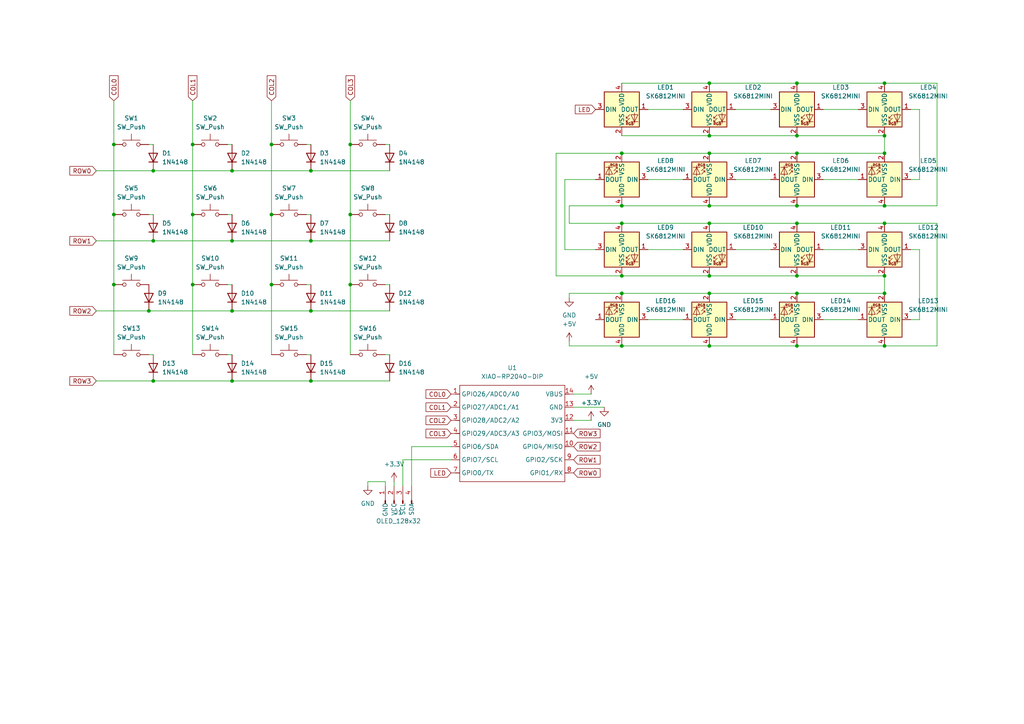
<source format=kicad_sch>
(kicad_sch (version 20250114) (generator "eeschema") (generator_version "9.0")
  (paper "A4")
  (lib_symbols
    (symbol "Connector:Conn_01x04_Pin" (pin_names (offset 1.016))
      (property "Reference" "J1" (at 0.635 7.62 0))
      (property "Value" "Conn_01x04_Pin" (at 0.635 5.08 0))
      (symbol "Conn_01x04_Pin_1_1"
        (rectangle (start 0.8636 2.667) (end 0 2.413) (stroke (width 0.1524)) (fill (type outline)))
        (rectangle (start 0.8636 0.127) (end 0 -0.127) (stroke (width 0.1524)) (fill (type outline)))
        (rectangle (start 0.8636 -2.413) (end 0 -2.667) (stroke (width 0.1524)) (fill (type outline)))
        (rectangle (start 0.8636 -4.953) (end 0 -5.207) (stroke (width 0.1524)) (fill (type outline)))
        (polyline (pts (xy 1.27 2.54) (xy 0.8636 2.54)) (stroke (width 0.1524)))
        (polyline (pts (xy 1.27 0) (xy 0.8636 0)) (stroke (width 0.1524)))
        (polyline (pts (xy 1.27 -2.54) (xy 0.8636 -2.54)) (stroke (width 0.1524)))
        (polyline (pts (xy 1.27 -5.08) (xy 0.8636 -5.08)) (stroke (width 0.1524)))
        (pin passive line (at 5.08 2.54 180) (length 3.81) (name "GND") (number "1"))
        (pin passive line (at 5.08 0 180) (length 3.81) (name "VCC") (number "2"))
        (pin passive line (at 5.08 -2.54 180) (length 3.81) (name "SCL") (number "3"))
        (pin passive line (at 5.08 -5.08 180) (length 3.81) (name "SDA") (number "4"))
      )
    )
    (symbol "Diode:1N4148" (pin_numbers (hide yes)) (pin_names (hide yes))
      (property "Reference" "D" (at 0 2.54 0))
      (property "Value" "1N4148" (at 0 -2.54 0))
      (symbol "1N4148_0_1"
        (polyline (pts (xy -1.27 1.27) (xy -1.27 -1.27)) (stroke (width 0.254)))
        (polyline (pts (xy 1.27 1.27) (xy 1.27 -1.27) (xy -1.27 0) (xy 1.27 1.27)) (stroke (width 0.254)))
        (polyline (pts (xy 1.27 0) (xy -1.27 0)))
      )
      (symbol "1N4148_1_1"
        (pin passive line (at -3.81 0 0) (length 2.54) (name "K") (number "1"))
        (pin passive line (at 3.81 0 180) (length 2.54) (name "A") (number "2"))
      )
    )
    (symbol "LED:SK6812MINI" (pin_names (offset 0.254))
      (property "Reference" "D" (at 5.08 5.715 0))
      (property "Value" "SK6812MINI" (at 1.27 -5.715 0))
      (symbol "SK6812MINI_0_0"
        (text "RGB" (at 2.286 -4.191 0) (effects (font (size 0.762 0.762))))
      )
      (symbol "SK6812MINI_0_1"
        (polyline (pts (xy 1.27 -2.54) (xy 1.778 -2.54)))
        (polyline (pts (xy 1.27 -3.556) (xy 1.778 -3.556)))
        (polyline (pts (xy 2.286 -1.524) (xy 1.27 -2.54) (xy 1.27 -2.032)))
        (polyline (pts (xy 2.286 -2.54) (xy 1.27 -3.556) (xy 1.27 -3.048)))
        (polyline (pts (xy 3.683 -1.016) (xy 3.683 -3.556) (xy 3.683 -4.064)))
        (polyline (pts (xy 4.699 -1.524) (xy 2.667 -1.524) (xy 3.683 -3.556) (xy 4.699 -1.524)))
        (polyline (pts (xy 4.699 -3.556) (xy 2.667 -3.556)))
        (rectangle (start 5.08 5.08) (end -5.08 -5.08) (stroke (width 0.254)) (fill (type background)))
      )
      (symbol "SK6812MINI_1_1"
        (pin input line (at -7.62 0 0) (length 2.54) (name "DIN") (number "3"))
        (pin power_in line (at 0 7.62 270) (length 2.54) (name "VDD") (number "4"))
        (pin power_in line (at 0 -7.62 90) (length 2.54) (name "VSS") (number "2"))
        (pin output line (at 7.62 0 180) (length 2.54) (name "DOUT") (number "1"))
      )
    )
    (symbol "Seeed_Studio_XIAO_Series:XIAO-RP2040-DIP"
      (property "Reference" "U" (at 0 0 0))
      (property "Value" "XIAO-RP2040-DIP" (at 5.334 -1.778 0))
      (symbol "XIAO-RP2040-DIP_1_0"
        (polyline (pts (xy -1.27 -2.54) (xy 29.21 -2.54)) (stroke (width 0.1524)))
        (polyline (pts (xy -1.27 -5.08) (xy -2.54 -5.08)) (stroke (width 0.1524)))
        (polyline (pts (xy -1.27 -5.08) (xy -1.27 -2.54)) (stroke (width 0.1524)))
        (polyline (pts (xy -1.27 -8.89) (xy -2.54 -8.89)) (stroke (width 0.1524)))
        (polyline (pts (xy -1.27 -8.89) (xy -1.27 -5.08)) (stroke (width 0.1524)))
        (polyline (pts (xy -1.27 -12.7) (xy -2.54 -12.7)) (stroke (width 0.1524)))
        (polyline (pts (xy -1.27 -12.7) (xy -1.27 -8.89)) (stroke (width 0.1524)))
        (polyline (pts (xy -1.27 -16.51) (xy -2.54 -16.51)) (stroke (width 0.1524)))
        (polyline (pts (xy -1.27 -16.51) (xy -1.27 -12.7)) (stroke (width 0.1524)))
        (polyline (pts (xy -1.27 -20.32) (xy -2.54 -20.32)) (stroke (width 0.1524)))
        (polyline (pts (xy -1.27 -24.13) (xy -2.54 -24.13)) (stroke (width 0.1524)))
        (polyline (pts (xy -1.27 -27.94) (xy -2.54 -27.94)) (stroke (width 0.1524)))
        (polyline (pts (xy -1.27 -30.48) (xy -1.27 -16.51)) (stroke (width 0.1524)))
        (polyline (pts (xy 29.21 -2.54) (xy 29.21 -5.08)) (stroke (width 0.1524)))
        (polyline (pts (xy 29.21 -5.08) (xy 29.21 -8.89)) (stroke (width 0.1524)))
        (polyline (pts (xy 29.21 -8.89) (xy 29.21 -12.7)) (stroke (width 0.1524)))
        (polyline (pts (xy 29.21 -12.7) (xy 29.21 -30.48)) (stroke (width 0.1524)))
        (polyline (pts (xy 29.21 -30.48) (xy -1.27 -30.48)) (stroke (width 0.1524)))
        (polyline (pts (xy 30.48 -5.08) (xy 29.21 -5.08)) (stroke (width 0.1524)))
        (polyline (pts (xy 30.48 -8.89) (xy 29.21 -8.89)) (stroke (width 0.1524)))
        (polyline (pts (xy 30.48 -12.7) (xy 29.21 -12.7)) (stroke (width 0.1524)))
        (polyline (pts (xy 30.48 -16.51) (xy 29.21 -16.51)) (stroke (width 0.1524)))
        (polyline (pts (xy 30.48 -20.32) (xy 29.21 -20.32)) (stroke (width 0.1524)))
        (polyline (pts (xy 30.48 -24.13) (xy 29.21 -24.13)) (stroke (width 0.1524)))
        (polyline (pts (xy 30.48 -27.94) (xy 29.21 -27.94)) (stroke (width 0.1524)))
        (pin passive line (at -3.81 -5.08 0) (length 2.54) (name "GPIO26/ADC0/A0") (number "1"))
        (pin passive line (at -3.81 -8.89 0) (length 2.54) (name "GPIO27/ADC1/A1") (number "2"))
        (pin passive line (at -3.81 -12.7 0) (length 2.54) (name "GPIO28/ADC2/A2") (number "3"))
        (pin passive line (at -3.81 -16.51 0) (length 2.54) (name "GPIO29/ADC3/A3") (number "4"))
        (pin passive line (at -3.81 -20.32 0) (length 2.54) (name "GPIO6/SDA") (number "5"))
        (pin passive line (at -3.81 -24.13 0) (length 2.54) (name "GPIO7/SCL") (number "6"))
        (pin passive line (at -3.81 -27.94 0) (length 2.54) (name "GPIO0/TX") (number "7"))
        (pin passive line (at 31.75 -5.08 180) (length 2.54) (name "VBUS") (number "14"))
        (pin passive line (at 31.75 -8.89 180) (length 2.54) (name "GND") (number "13"))
        (pin passive line (at 31.75 -12.7 180) (length 2.54) (name "3V3") (number "12"))
        (pin passive line (at 31.75 -16.51 180) (length 2.54) (name "GPIO3/MOSI") (number "11"))
        (pin passive line (at 31.75 -20.32 180) (length 2.54) (name "GPIO4/MISO") (number "10"))
        (pin passive line (at 31.75 -24.13 180) (length 2.54) (name "GPIO2/SCK") (number "9"))
        (pin passive line (at 31.75 -27.94 180) (length 2.54) (name "GPIO1/RX") (number "8"))
      )
    )
    (symbol "Switch:SW_Push" (pin_numbers (hide yes)) (pin_names (offset 1.016) (hide yes))
      (property "Reference" "SW" (at 1.27 2.54 0))
      (property "Value" "SW_Push" (at 0 -1.524 0))
      (symbol "SW_Push_0_1"
        (circle (center -2.032 0) (radius 0.508))
        (polyline (pts (xy 0 1.27) (xy 0 3.048)))
        (circle (center 2.032 0) (radius 0.508))
        (polyline (pts (xy 2.54 1.27) (xy -2.54 1.27)))
        (pin passive line (at -5.08 0 0) (length 2.54) (name "1") (number "1"))
        (pin passive line (at 5.08 0 180) (length 2.54) (name "2") (number "2"))
      )
    )
    (symbol "power:+3.3V" (power) (pin_numbers (hide yes)) (pin_names (offset 0) (hide yes))
      (property "Value" "+3.3V" (at 0 3.556 0))
      (symbol "+3.3V_0_1"
        (polyline (pts (xy -0.762 1.27) (xy 0 2.54)))
        (polyline (pts (xy 0 2.54) (xy 0.762 1.27)))
        (polyline (pts (xy 0 0) (xy 0 2.54)))
      )
      (symbol "+3.3V_1_1"
        (pin power_in line (at 0 0 90) (length 0) (name "~") (number "1"))
      )
    )
    (symbol "power:+5V" (power) (pin_numbers (hide yes)) (pin_names (offset 0) (hide yes))
      (property "Value" "+5V" (at 0 3.556 0))
      (symbol "+5V_0_1"
        (polyline (pts (xy -0.762 1.27) (xy 0 2.54)))
        (polyline (pts (xy 0 2.54) (xy 0.762 1.27)))
        (polyline (pts (xy 0 0) (xy 0 2.54)))
      )
      (symbol "+5V_1_1"
        (pin power_in line (at 0 0 90) (length 0) (name "~") (number "1"))
      )
    )
    (symbol "power:GND" (power) (pin_numbers (hide yes)) (pin_names (offset 0) (hide yes))
      (property "Value" "GND" (at 0 -3.81 0))
      (symbol "GND_0_1"
        (polyline (pts (xy 0 0) (xy 0 -1.27) (xy 1.27 -1.27) (xy 0 -2.54) (xy -1.27 -1.27) (xy 0 -1.27)))
      )
      (symbol "GND_1_1"
        (pin power_in line (at 0 0 270) (length 0) (name "~") (number "1"))
      )
    )
  )
  (junction (at 256.54 24.13))
  (junction (at 44.45 110.49))
  (junction (at 205.74 44.45))
  (junction (at 44.45 49.53))
  (junction (at 256.54 59.69))
  (junction (at 231.14 24.13))
  (junction (at 231.14 59.69))
  (junction (at 101.6 41.91))
  (junction (at 180.34 44.45))
  (junction (at 205.74 80.01))
  (junction (at 78.74 82.55))
  (junction (at 205.74 100.33))
  (junction (at 55.88 62.23))
  (junction (at 55.88 41.91))
  (junction (at 180.34 80.01))
  (junction (at 180.34 85.09))
  (junction (at 180.34 64.77))
  (junction (at 33.02 82.55))
  (junction (at 67.31 49.53))
  (junction (at 67.31 69.85))
  (junction (at 205.74 64.77))
  (junction (at 256.54 100.33))
  (junction (at 256.54 80.01))
  (junction (at 231.14 44.45))
  (junction (at 205.74 59.69))
  (junction (at 101.6 82.55))
  (junction (at 231.14 100.33))
  (junction (at 67.31 90.17))
  (junction (at 205.74 39.37))
  (junction (at 33.02 41.91))
  (junction (at 33.02 62.23))
  (junction (at 231.14 80.01))
  (junction (at 205.74 24.13))
  (junction (at 67.31 110.49))
  (junction (at 90.17 69.85))
  (junction (at 90.17 49.53))
  (junction (at 90.17 110.49))
  (junction (at 256.54 39.37))
  (junction (at 231.14 64.77))
  (junction (at 90.17 90.17))
  (junction (at 78.74 62.23))
  (junction (at 55.88 82.55))
  (junction (at 205.74 85.09))
  (junction (at 180.34 59.69))
  (junction (at 78.74 41.91))
  (junction (at 231.14 39.37))
  (junction (at 256.54 85.09))
  (junction (at 101.6 62.23))
  (junction (at 231.14 85.09))
  (junction (at 44.45 69.85))
  (junction (at 180.34 100.33))
  (junction (at 256.54 44.45))
  (junction (at 256.54 64.77))
  (junction (at 43.18 90.17))
  (wire (pts (xy 238.76 92.71) (xy 248.92 92.71)))
  (wire (pts (xy 187.96 52.07) (xy 198.12 52.07)))
  (wire (pts (xy 264.16 72.39) (xy 266.7 72.39)))
  (wire (pts (xy 101.6 62.23) (xy 101.6 82.55)))
  (wire (pts (xy 67.31 82.55) (xy 66.04 82.55)))
  (wire (pts (xy 213.36 92.71) (xy 223.52 92.71)))
  (wire (pts (xy 213.36 31.75) (xy 223.52 31.75)))
  (wire (pts (xy 55.88 82.55) (xy 55.88 102.87)))
  (wire (pts (xy 187.96 92.71) (xy 198.12 92.71)))
  (wire (pts (xy 165.1 85.09) (xy 165.1 86.36)))
  (wire (pts (xy 231.14 59.69) (xy 205.74 59.69)))
  (wire (pts (xy 55.88 29.21) (xy 55.88 41.91)))
  (wire (pts (xy 106.68 140.97) (xy 106.68 139.7)))
  (wire (pts (xy 78.74 82.55) (xy 78.74 102.87)))
  (wire (pts (xy 113.03 62.23) (xy 111.76 62.23)))
  (wire (pts (xy 114.3 139.7) (xy 114.3 140.97)))
  (wire (pts (xy 231.14 39.37) (xy 256.54 39.37)))
  (wire (pts (xy 44.45 102.87) (xy 43.18 102.87)))
  (wire (pts (xy 44.45 110.49) (xy 67.31 110.49)))
  (wire (pts (xy 67.31 49.53) (xy 90.17 49.53)))
  (wire (pts (xy 90.17 110.49) (xy 113.03 110.49)))
  (wire (pts (xy 33.02 62.23) (xy 33.02 82.55)))
  (wire (pts (xy 256.54 44.45) (xy 231.14 44.45)))
  (wire (pts (xy 78.74 41.91) (xy 78.74 62.23)))
  (wire (pts (xy 116.84 140.97) (xy 116.84 133.35)))
  (wire (pts (xy 166.37 121.92) (xy 171.45 121.92)))
  (wire (pts (xy 205.74 39.37) (xy 231.14 39.37)))
  (wire (pts (xy 90.17 69.85) (xy 113.03 69.85)))
  (wire (pts (xy 161.29 44.45) (xy 161.29 80.01)))
  (wire (pts (xy 238.76 52.07) (xy 248.92 52.07)))
  (wire (pts (xy 27.94 69.85) (xy 44.45 69.85)))
  (wire (pts (xy 256.54 24.13) (xy 271.78 24.13)))
  (wire (pts (xy 256.54 59.69) (xy 231.14 59.69)))
  (wire (pts (xy 55.88 41.91) (xy 55.88 62.23)))
  (wire (pts (xy 231.14 44.45) (xy 205.74 44.45)))
  (wire (pts (xy 113.03 41.91) (xy 111.76 41.91)))
  (wire (pts (xy 67.31 90.17) (xy 90.17 90.17)))
  (wire (pts (xy 27.94 90.17) (xy 43.18 90.17)))
  (wire (pts (xy 271.78 24.13) (xy 271.78 59.69)))
  (wire (pts (xy 256.54 85.09) (xy 231.14 85.09)))
  (wire (pts (xy 119.38 140.97) (xy 119.38 129.54)))
  (wire (pts (xy 161.29 80.01) (xy 180.34 80.01)))
  (wire (pts (xy 266.7 92.71) (xy 264.16 92.71)))
  (wire (pts (xy 90.17 102.87) (xy 88.9 102.87)))
  (wire (pts (xy 90.17 82.55) (xy 88.9 82.55)))
  (wire (pts (xy 271.78 100.33) (xy 256.54 100.33)))
  (wire (pts (xy 266.7 72.39) (xy 266.7 92.71)))
  (wire (pts (xy 67.31 69.85) (xy 90.17 69.85)))
  (wire (pts (xy 67.31 110.49) (xy 90.17 110.49)))
  (wire (pts (xy 213.36 72.39) (xy 223.52 72.39)))
  (wire (pts (xy 266.7 31.75) (xy 266.7 52.07)))
  (wire (pts (xy 90.17 49.53) (xy 113.03 49.53)))
  (wire (pts (xy 256.54 100.33) (xy 231.14 100.33)))
  (wire (pts (xy 90.17 90.17) (xy 113.03 90.17)))
  (wire (pts (xy 33.02 41.91) (xy 33.02 62.23)))
  (wire (pts (xy 256.54 39.37) (xy 256.54 44.45)))
  (wire (pts (xy 231.14 64.77) (xy 256.54 64.77)))
  (wire (pts (xy 111.76 139.7) (xy 111.76 140.97)))
  (wire (pts (xy 266.7 52.07) (xy 264.16 52.07)))
  (wire (pts (xy 43.18 90.17) (xy 67.31 90.17)))
  (wire (pts (xy 180.34 59.69) (xy 165.1 59.69)))
  (wire (pts (xy 44.45 69.85) (xy 67.31 69.85)))
  (wire (pts (xy 205.74 64.77) (xy 231.14 64.77)))
  (wire (pts (xy 180.34 24.13) (xy 205.74 24.13)))
  (wire (pts (xy 264.16 31.75) (xy 266.7 31.75)))
  (wire (pts (xy 238.76 72.39) (xy 248.92 72.39)))
  (wire (pts (xy 101.6 82.55) (xy 101.6 102.87)))
  (wire (pts (xy 271.78 59.69) (xy 256.54 59.69)))
  (wire (pts (xy 90.17 62.23) (xy 88.9 62.23)))
  (wire (pts (xy 256.54 64.77) (xy 271.78 64.77)))
  (wire (pts (xy 44.45 62.23) (xy 43.18 62.23)))
  (wire (pts (xy 180.34 44.45) (xy 161.29 44.45)))
  (wire (pts (xy 27.94 49.53) (xy 44.45 49.53)))
  (wire (pts (xy 90.17 41.91) (xy 88.9 41.91)))
  (wire (pts (xy 165.1 59.69) (xy 165.1 64.77)))
  (wire (pts (xy 166.37 118.11) (xy 175.26 118.11)))
  (wire (pts (xy 205.74 85.09) (xy 180.34 85.09)))
  (wire (pts (xy 67.31 102.87) (xy 66.04 102.87)))
  (wire (pts (xy 27.94 110.49) (xy 44.45 110.49)))
  (wire (pts (xy 101.6 41.91) (xy 101.6 62.23)))
  (wire (pts (xy 163.83 52.07) (xy 163.83 72.39)))
  (wire (pts (xy 180.34 100.33) (xy 165.1 100.33)))
  (wire (pts (xy 205.74 59.69) (xy 180.34 59.69)))
  (wire (pts (xy 67.31 62.23) (xy 66.04 62.23)))
  (wire (pts (xy 172.72 52.07) (xy 163.83 52.07)))
  (wire (pts (xy 231.14 24.13) (xy 256.54 24.13)))
  (wire (pts (xy 163.83 72.39) (xy 172.72 72.39)))
  (wire (pts (xy 44.45 41.91) (xy 43.18 41.91)))
  (wire (pts (xy 238.76 31.75) (xy 248.92 31.75)))
  (wire (pts (xy 33.02 29.21) (xy 33.02 41.91)))
  (wire (pts (xy 205.74 100.33) (xy 180.34 100.33)))
  (wire (pts (xy 256.54 80.01) (xy 256.54 85.09)))
  (wire (pts (xy 55.88 62.23) (xy 55.88 82.55)))
  (wire (pts (xy 231.14 85.09) (xy 205.74 85.09)))
  (wire (pts (xy 113.03 82.55) (xy 111.76 82.55)))
  (wire (pts (xy 166.37 114.3) (xy 171.45 114.3)))
  (wire (pts (xy 271.78 64.77) (xy 271.78 100.33)))
  (wire (pts (xy 205.74 24.13) (xy 231.14 24.13)))
  (wire (pts (xy 113.03 102.87) (xy 111.76 102.87)))
  (wire (pts (xy 44.45 49.53) (xy 67.31 49.53)))
  (wire (pts (xy 213.36 52.07) (xy 223.52 52.07)))
  (wire (pts (xy 119.38 129.54) (xy 130.81 129.54)))
  (wire (pts (xy 180.34 85.09) (xy 165.1 85.09)))
  (wire (pts (xy 180.34 64.77) (xy 205.74 64.77)))
  (wire (pts (xy 67.31 41.91) (xy 66.04 41.91)))
  (wire (pts (xy 33.02 82.55) (xy 33.02 102.87)))
  (wire (pts (xy 231.14 100.33) (xy 205.74 100.33)))
  (wire (pts (xy 78.74 62.23) (xy 78.74 82.55)))
  (wire (pts (xy 180.34 80.01) (xy 205.74 80.01)))
  (wire (pts (xy 101.6 29.21) (xy 101.6 41.91)))
  (wire (pts (xy 205.74 80.01) (xy 231.14 80.01)))
  (wire (pts (xy 180.34 39.37) (xy 205.74 39.37)))
  (wire (pts (xy 165.1 99.06) (xy 165.1 100.33)))
  (wire (pts (xy 78.74 29.21) (xy 78.74 41.91)))
  (wire (pts (xy 205.74 44.45) (xy 180.34 44.45)))
  (wire (pts (xy 106.68 139.7) (xy 111.76 139.7)))
  (wire (pts (xy 187.96 31.75) (xy 198.12 31.75)))
  (wire (pts (xy 165.1 64.77) (xy 180.34 64.77)))
  (wire (pts (xy 187.96 72.39) (xy 198.12 72.39)))
  (wire (pts (xy 231.14 80.01) (xy 256.54 80.01)))
  (wire (pts (xy 116.84 133.35) (xy 130.81 133.35)))
  (global_label "COL1" (shape input) (at 130.81 118.11 180) (property "Intersheetrefs" "${INTERSHEET_REFS}" (effects (hide yes))))
  (global_label "ROW3" (shape input) (at 166.37 125.73 0) (property "Intersheetrefs" "${INTERSHEET_REFS}" (effects (hide yes))))
  (global_label "COL0" (shape input) (at 33.02 29.21 90) (property "Intersheetrefs" "${INTERSHEET_REFS}" (effects (hide yes))))
  (global_label "COL1" (shape input) (at 55.88 29.21 90) (property "Intersheetrefs" "${INTERSHEET_REFS}" (effects (hide yes))))
  (global_label "ROW2" (shape input) (at 166.37 129.54 0) (property "Intersheetrefs" "${INTERSHEET_REFS}" (effects (hide yes))))
  (global_label "ROW2" (shape input) (at 27.94 90.17 180) (property "Intersheetrefs" "${INTERSHEET_REFS}" (effects (hide yes))))
  (global_label "LED" (shape input) (at 130.81 137.16 180) (property "Intersheetrefs" "${INTERSHEET_REFS}" (effects (hide yes))))
  (global_label "ROW3" (shape input) (at 27.94 110.49 180) (property "Intersheetrefs" "${INTERSHEET_REFS}" (effects (hide yes))))
  (global_label "COL3" (shape input) (at 101.6 29.21 90) (property "Intersheetrefs" "${INTERSHEET_REFS}" (effects (hide yes))))
  (global_label "COL2" (shape input) (at 78.74 29.21 90) (property "Intersheetrefs" "${INTERSHEET_REFS}" (effects (hide yes))))
  (global_label "ROW1" (shape input) (at 166.37 133.35 0) (property "Intersheetrefs" "${INTERSHEET_REFS}" (effects (hide yes))))
  (global_label "ROW0" (shape input) (at 27.94 49.53 180) (property "Intersheetrefs" "${INTERSHEET_REFS}" (effects (hide yes))))
  (global_label "ROW1" (shape input) (at 27.94 69.85 180) (property "Intersheetrefs" "${INTERSHEET_REFS}" (effects (hide yes))))
  (global_label "COL2" (shape input) (at 130.81 121.92 180) (property "Intersheetrefs" "${INTERSHEET_REFS}" (effects (hide yes))))
  (global_label "COL3" (shape input) (at 130.81 125.73 180) (property "Intersheetrefs" "${INTERSHEET_REFS}" (effects (hide yes))))
  (global_label "COL0" (shape input) (at 130.81 114.3 180) (property "Intersheetrefs" "${INTERSHEET_REFS}" (effects (hide yes))))
  (global_label "ROW0" (shape input) (at 166.37 137.16 0) (property "Intersheetrefs" "${INTERSHEET_REFS}" (effects (hide yes))))
  (global_label "LED" (shape input) (at 172.72 31.75 180) (property "Intersheetrefs" "${INTERSHEET_REFS}" (effects (hide yes))))
  (symbol (lib_id "Seeed_Studio_XIAO_Series:XIAO-RP2040-DIP") (at 134.62 109.22 0) (unit 1)
    (property "Reference" "U1" (at 148.59 106.68 0))
    (property "Value" "XIAO-RP2040-DIP" (at 148.59 109.22 0))
    (property "Footprint" "Seeed Studio XIAO Series Library:XIAO-RP2040-DIP" (effects (hide yes)))
  )
  (symbol (lib_id "Switch:SW_Push") (at 38.1 82.55 0) (unit 1)
    (property "Reference" "SW9" (at 38.1 74.93 0))
    (property "Value" "SW_Push" (at 38.1 77.47 0))
    (property "Footprint" "Switch_Keyboard_Cherry_MX:SW_Cherry_MX_PCB_1.00u" (effects (hide yes)))
    (property "Description" "Push button switch, generic, two pins" (effects (hide yes)))
  )
  (symbol (lib_id "Diode:1N4148") (at 67.31 45.72 90) (unit 1)
    (property "Reference" "D2" (at 69.85 44.4499 90) (effects (justify right)))
    (property "Value" "1N4148" (at 69.85 46.9899 90) (effects (justify right)))
    (property "Footprint" "Diode_THT:D_DO-35_SOD27_P7.62mm_Horizontal" (effects (hide yes)))
    (property "Datasheet" "https://assets.nexperia.com/documents/data-sheet/1N4148_1N4448.pdf" (effects (hide yes)))
    (property "Description" "100V 0.15A standard switching diode, DO-35" (effects (hide yes)))
    (property "Sim.Device" "D" (effects (hide yes)))
    (property "Sim.Pins" "1=K 2=A" (effects (hide yes)))
  )
  (symbol (lib_id "LED:SK6812MINI") (at 231.14 52.07 180) (unit 1)
    (property "Reference" "LED6" (at 243.84 46.6246 0))
    (property "Value" "SK6812MINI" (at 243.84 49.1646 0))
    (property "Footprint" "ScottoKeebs_Components:LED_SK6812MINI" (effects (hide yes)))
    (property "Datasheet" "https://cdn-shop.adafruit.com/product-files/2686/SK6812MINI_REV.01-1-2.pdf" (effects (hide yes)))
    (property "Description" "RGB LED with integrated controller" (effects (hide yes)))
  )
  (symbol (lib_id "LED:SK6812MINI") (at 231.14 72.39 0) (unit 1)
    (property "Reference" "LED11" (at 243.84 65.9698 0))
    (property "Value" "SK6812MINI" (at 243.84 68.5098 0))
    (property "Footprint" "ScottoKeebs_Components:LED_SK6812MINI" (effects (hide yes)))
    (property "Datasheet" "https://cdn-shop.adafruit.com/product-files/2686/SK6812MINI_REV.01-1-2.pdf" (effects (hide yes)))
    (property "Description" "RGB LED with integrated controller" (effects (hide yes)))
  )
  (symbol (lib_id "Diode:1N4148") (at 90.17 45.72 90) (unit 1)
    (property "Reference" "D3" (at 92.71 44.4499 90) (effects (justify right)))
    (property "Value" "1N4148" (at 92.71 46.9899 90) (effects (justify right)))
    (property "Footprint" "Diode_THT:D_DO-35_SOD27_P7.62mm_Horizontal" (effects (hide yes)))
    (property "Datasheet" "https://assets.nexperia.com/documents/data-sheet/1N4148_1N4448.pdf" (effects (hide yes)))
    (property "Description" "100V 0.15A standard switching diode, DO-35" (effects (hide yes)))
    (property "Sim.Device" "D" (effects (hide yes)))
    (property "Sim.Pins" "1=K 2=A" (effects (hide yes)))
  )
  (symbol (lib_id "Switch:SW_Push") (at 38.1 41.91 0) (unit 1)
    (property "Reference" "SW1" (at 38.1 34.29 0))
    (property "Value" "SW_Push" (at 38.1 36.83 0))
    (property "Footprint" "Switch_Keyboard_Cherry_MX:SW_Cherry_MX_PCB_1.00u" (effects (hide yes)))
    (property "Description" "Push button switch, generic, two pins" (effects (hide yes)))
  )
  (symbol (lib_id "LED:SK6812MINI") (at 256.54 92.71 180) (unit 1)
    (property "Reference" "LED13" (at 269.24 87.2646 0))
    (property "Value" "SK6812MINI" (at 269.24 89.8046 0))
    (property "Footprint" "ScottoKeebs_Components:LED_SK6812MINI" (effects (hide yes)))
    (property "Datasheet" "https://cdn-shop.adafruit.com/product-files/2686/SK6812MINI_REV.01-1-2.pdf" (effects (hide yes)))
    (property "Description" "RGB LED with integrated controller" (effects (hide yes)))
  )
  (symbol (lib_id "power:+3.3V") (at 114.3 139.7 0) (unit 1)
    (property "Reference" "#PWR08" (effects (hide yes)))
    (property "Value" "+3.3V" (at 114.3 134.62 0))
    (property "Description" "Power symbol creates a global label with name \"+3.3V\"" (effects (hide yes)))
  )
  (symbol (lib_id "LED:SK6812MINI") (at 180.34 92.71 180) (unit 1)
    (property "Reference" "LED16" (at 193.04 87.2646 0))
    (property "Value" "SK6812MINI" (at 193.04 89.8046 0))
    (property "Footprint" "ScottoKeebs_Components:LED_SK6812MINI" (effects (hide yes)))
    (property "Datasheet" "https://cdn-shop.adafruit.com/product-files/2686/SK6812MINI_REV.01-1-2.pdf" (effects (hide yes)))
    (property "Description" "RGB LED with integrated controller" (effects (hide yes)))
  )
  (symbol (lib_id "Diode:1N4148") (at 67.31 66.04 90) (unit 1)
    (property "Reference" "D6" (at 69.85 64.7699 90) (effects (justify right)))
    (property "Value" "1N4148" (at 69.85 67.3099 90) (effects (justify right)))
    (property "Footprint" "Diode_THT:D_DO-35_SOD27_P7.62mm_Horizontal" (effects (hide yes)))
    (property "Datasheet" "https://assets.nexperia.com/documents/data-sheet/1N4148_1N4448.pdf" (effects (hide yes)))
    (property "Description" "100V 0.15A standard switching diode, DO-35" (effects (hide yes)))
    (property "Sim.Device" "D" (effects (hide yes)))
    (property "Sim.Pins" "1=K 2=A" (effects (hide yes)))
  )
  (symbol (lib_id "Switch:SW_Push") (at 60.96 62.23 0) (unit 1)
    (property "Reference" "SW6" (at 60.96 54.61 0))
    (property "Value" "SW_Push" (at 60.96 57.15 0))
    (property "Footprint" "Switch_Keyboard_Cherry_MX:SW_Cherry_MX_PCB_1.00u" (effects (hide yes)))
    (property "Description" "Push button switch, generic, two pins" (effects (hide yes)))
  )
  (symbol (lib_id "Diode:1N4148") (at 113.03 106.68 90) (unit 1)
    (property "Reference" "D16" (at 115.57 105.4099 90) (effects (justify right)))
    (property "Value" "1N4148" (at 115.57 107.9499 90) (effects (justify right)))
    (property "Footprint" "Diode_THT:D_DO-35_SOD27_P7.62mm_Horizontal" (effects (hide yes)))
    (property "Datasheet" "https://assets.nexperia.com/documents/data-sheet/1N4148_1N4448.pdf" (effects (hide yes)))
    (property "Description" "100V 0.15A standard switching diode, DO-35" (effects (hide yes)))
    (property "Sim.Device" "D" (effects (hide yes)))
    (property "Sim.Pins" "1=K 2=A" (effects (hide yes)))
  )
  (symbol (lib_id "Connector:Conn_01x04_Pin") (at 114.3 146.05 90) (unit 1)
    (property "Reference" "J1" (at 115.57 148.59 90))
    (property "Value" "OLED_128x32" (at 115.57 151.13 90))
    (property "Footprint" "KiCad-SSD1306-0.91-OLED-4pin-128x32.pretty-master:SSD1306-0.91-OLED-4pin-128x32" (effects (hide yes)))
    (property "Description" "Generic connector, single row, 01x04, script generated" (effects (hide yes)))
  )
  (symbol (lib_id "Diode:1N4148") (at 44.45 45.72 90) (unit 1)
    (property "Reference" "D1" (at 46.99 44.4499 90) (effects (justify right)))
    (property "Value" "1N4148" (at 46.99 46.9899 90) (effects (justify right)))
    (property "Footprint" "Diode_THT:D_DO-35_SOD27_P7.62mm_Horizontal" (effects (hide yes)))
    (property "Datasheet" "https://assets.nexperia.com/documents/data-sheet/1N4148_1N4448.pdf" (effects (hide yes)))
    (property "Description" "100V 0.15A standard switching diode, DO-35" (effects (hide yes)))
    (property "Sim.Device" "D" (effects (hide yes)))
    (property "Sim.Pins" "1=K 2=A" (effects (hide yes)))
  )
  (symbol (lib_id "Diode:1N4148") (at 90.17 86.36 90) (unit 1)
    (property "Reference" "D11" (at 92.71 85.0899 90) (effects (justify right)))
    (property "Value" "1N4148" (at 92.71 87.6299 90) (effects (justify right)))
    (property "Footprint" "Diode_THT:D_DO-35_SOD27_P7.62mm_Horizontal" (effects (hide yes)))
    (property "Datasheet" "https://assets.nexperia.com/documents/data-sheet/1N4148_1N4448.pdf" (effects (hide yes)))
    (property "Description" "100V 0.15A standard switching diode, DO-35" (effects (hide yes)))
    (property "Sim.Device" "D" (effects (hide yes)))
    (property "Sim.Pins" "1=K 2=A" (effects (hide yes)))
  )
  (symbol (lib_id "LED:SK6812MINI") (at 205.74 72.39 0) (unit 1)
    (property "Reference" "LED10" (at 218.44 65.9698 0))
    (property "Value" "SK6812MINI" (at 218.44 68.5098 0))
    (property "Footprint" "ScottoKeebs_Components:LED_SK6812MINI" (effects (hide yes)))
    (property "Datasheet" "https://cdn-shop.adafruit.com/product-files/2686/SK6812MINI_REV.01-1-2.pdf" (effects (hide yes)))
    (property "Description" "RGB LED with integrated controller" (effects (hide yes)))
  )
  (symbol (lib_id "LED:SK6812MINI") (at 180.34 31.75 0) (unit 1)
    (property "Reference" "LED1" (at 193.04 25.3298 0))
    (property "Value" "SK6812MINI" (at 193.04 27.8698 0))
    (property "Footprint" "ScottoKeebs_Components:LED_SK6812MINI" (effects (hide yes)))
    (property "Datasheet" "https://cdn-shop.adafruit.com/product-files/2686/SK6812MINI_REV.01-1-2.pdf" (effects (hide yes)))
    (property "Description" "RGB LED with integrated controller" (effects (hide yes)))
  )
  (symbol (lib_id "Switch:SW_Push") (at 83.82 41.91 0) (unit 1)
    (property "Reference" "SW3" (at 83.82 34.29 0))
    (property "Value" "SW_Push" (at 83.82 36.83 0))
    (property "Footprint" "Switch_Keyboard_Cherry_MX:SW_Cherry_MX_PCB_1.00u" (effects (hide yes)))
    (property "Description" "Push button switch, generic, two pins" (effects (hide yes)))
  )
  (symbol (lib_id "LED:SK6812MINI") (at 256.54 31.75 0) (unit 1)
    (property "Reference" "LED4" (at 269.24 25.3298 0))
    (property "Value" "SK6812MINI" (at 269.24 27.8698 0))
    (property "Footprint" "ScottoKeebs_Components:LED_SK6812MINI" (effects (hide yes)))
    (property "Datasheet" "https://cdn-shop.adafruit.com/product-files/2686/SK6812MINI_REV.01-1-2.pdf" (effects (hide yes)))
    (property "Description" "RGB LED with integrated controller" (effects (hide yes)))
  )
  (symbol (lib_id "Diode:1N4148") (at 44.45 106.68 90) (unit 1)
    (property "Reference" "D13" (at 46.99 105.4099 90) (effects (justify right)))
    (property "Value" "1N4148" (at 46.99 107.9499 90) (effects (justify right)))
    (property "Footprint" "Diode_THT:D_DO-35_SOD27_P7.62mm_Horizontal" (effects (hide yes)))
    (property "Datasheet" "https://assets.nexperia.com/documents/data-sheet/1N4148_1N4448.pdf" (effects (hide yes)))
    (property "Description" "100V 0.15A standard switching diode, DO-35" (effects (hide yes)))
    (property "Sim.Device" "D" (effects (hide yes)))
    (property "Sim.Pins" "1=K 2=A" (effects (hide yes)))
  )
  (symbol (lib_id "Diode:1N4148") (at 67.31 86.36 90) (unit 1)
    (property "Reference" "D10" (at 69.85 85.0899 90) (effects (justify right)))
    (property "Value" "1N4148" (at 69.85 87.6299 90) (effects (justify right)))
    (property "Footprint" "Diode_THT:D_DO-35_SOD27_P7.62mm_Horizontal" (effects (hide yes)))
    (property "Datasheet" "https://assets.nexperia.com/documents/data-sheet/1N4148_1N4448.pdf" (effects (hide yes)))
    (property "Description" "100V 0.15A standard switching diode, DO-35" (effects (hide yes)))
    (property "Sim.Device" "D" (effects (hide yes)))
    (property "Sim.Pins" "1=K 2=A" (effects (hide yes)))
  )
  (symbol (lib_id "Diode:1N4148") (at 113.03 45.72 90) (unit 1)
    (property "Reference" "D4" (at 115.57 44.4499 90) (effects (justify right)))
    (property "Value" "1N4148" (at 115.57 46.9899 90) (effects (justify right)))
    (property "Footprint" "Diode_THT:D_DO-35_SOD27_P7.62mm_Horizontal" (effects (hide yes)))
    (property "Datasheet" "https://assets.nexperia.com/documents/data-sheet/1N4148_1N4448.pdf" (effects (hide yes)))
    (property "Description" "100V 0.15A standard switching diode, DO-35" (effects (hide yes)))
    (property "Sim.Device" "D" (effects (hide yes)))
    (property "Sim.Pins" "1=K 2=A" (effects (hide yes)))
  )
  (symbol (lib_id "power:GND") (at 106.68 140.97 0) (unit 1)
    (property "Reference" "#PWR01" (effects (hide yes)))
    (property "Value" "GND" (at 106.68 146.05 0))
    (property "Description" "Power symbol creates a global label with name \"GND\" , ground" (effects (hide yes)))
  )
  (symbol (lib_id "LED:SK6812MINI") (at 231.14 31.75 0) (unit 1)
    (property "Reference" "LED3" (at 243.84 25.3298 0))
    (property "Value" "SK6812MINI" (at 243.84 27.8698 0))
    (property "Footprint" "ScottoKeebs_Components:LED_SK6812MINI" (effects (hide yes)))
    (property "Datasheet" "https://cdn-shop.adafruit.com/product-files/2686/SK6812MINI_REV.01-1-2.pdf" (effects (hide yes)))
    (property "Description" "RGB LED with integrated controller" (effects (hide yes)))
  )
  (symbol (lib_id "power:+5V") (at 171.45 114.3 0) (unit 1)
    (property "Reference" "#PWR03" (effects (hide yes)))
    (property "Value" "+5V" (at 171.45 109.22 0))
    (property "Description" "Power symbol creates a global label with name \"+5V\"" (effects (hide yes)))
  )
  (symbol (lib_id "power:+5V") (at 165.1 99.06 0) (unit 1)
    (property "Reference" "#PWR04" (effects (hide yes)))
    (property "Value" "+5V" (at 165.1 93.98 0))
    (property "Description" "Power symbol creates a global label with name \"+5V\"" (effects (hide yes)))
  )
  (symbol (lib_id "Switch:SW_Push") (at 60.96 102.87 0) (unit 1)
    (property "Reference" "SW14" (at 60.96 95.25 0))
    (property "Value" "SW_Push" (at 60.96 97.79 0))
    (property "Footprint" "Switch_Keyboard_Cherry_MX:SW_Cherry_MX_PCB_1.00u" (effects (hide yes)))
    (property "Description" "Push button switch, generic, two pins" (effects (hide yes)))
  )
  (symbol (lib_id "power:+3.3V") (at 171.45 121.92 0) (unit 1)
    (property "Reference" "#PWR06" (effects (hide yes)))
    (property "Value" "+3.3V" (at 171.45 116.84 0))
    (property "Description" "Power symbol creates a global label with name \"+3.3V\"" (effects (hide yes)))
  )
  (symbol (lib_id "Switch:SW_Push") (at 60.96 82.55 0) (unit 1)
    (property "Reference" "SW10" (at 60.96 74.93 0))
    (property "Value" "SW_Push" (at 60.96 77.47 0))
    (property "Footprint" "Switch_Keyboard_Cherry_MX:SW_Cherry_MX_PCB_1.00u" (effects (hide yes)))
    (property "Description" "Push button switch, generic, two pins" (effects (hide yes)))
  )
  (symbol (lib_id "Diode:1N4148") (at 113.03 86.36 90) (unit 1)
    (property "Reference" "D12" (at 115.57 85.0899 90) (effects (justify right)))
    (property "Value" "1N4148" (at 115.57 87.6299 90) (effects (justify right)))
    (property "Footprint" "Diode_THT:D_DO-35_SOD27_P7.62mm_Horizontal" (effects (hide yes)))
    (property "Datasheet" "https://assets.nexperia.com/documents/data-sheet/1N4148_1N4448.pdf" (effects (hide yes)))
    (property "Description" "100V 0.15A standard switching diode, DO-35" (effects (hide yes)))
    (property "Sim.Device" "D" (effects (hide yes)))
    (property "Sim.Pins" "1=K 2=A" (effects (hide yes)))
  )
  (symbol (lib_id "Diode:1N4148") (at 90.17 66.04 90) (unit 1)
    (property "Reference" "D7" (at 92.71 64.7699 90) (effects (justify right)))
    (property "Value" "1N4148" (at 92.71 67.3099 90) (effects (justify right)))
    (property "Footprint" "Diode_THT:D_DO-35_SOD27_P7.62mm_Horizontal" (effects (hide yes)))
    (property "Datasheet" "https://assets.nexperia.com/documents/data-sheet/1N4148_1N4448.pdf" (effects (hide yes)))
    (property "Description" "100V 0.15A standard switching diode, DO-35" (effects (hide yes)))
    (property "Sim.Device" "D" (effects (hide yes)))
    (property "Sim.Pins" "1=K 2=A" (effects (hide yes)))
  )
  (symbol (lib_id "Diode:1N4148") (at 44.45 66.04 90) (unit 1)
    (property "Reference" "D5" (at 46.99 64.7699 90) (effects (justify right)))
    (property "Value" "1N4148" (at 46.99 67.3099 90) (effects (justify right)))
    (property "Footprint" "Diode_THT:D_DO-35_SOD27_P7.62mm_Horizontal" (effects (hide yes)))
    (property "Datasheet" "https://assets.nexperia.com/documents/data-sheet/1N4148_1N4448.pdf" (effects (hide yes)))
    (property "Description" "100V 0.15A standard switching diode, DO-35" (effects (hide yes)))
    (property "Sim.Device" "D" (effects (hide yes)))
    (property "Sim.Pins" "1=K 2=A" (effects (hide yes)))
  )
  (symbol (lib_id "Switch:SW_Push") (at 106.68 82.55 0) (unit 1)
    (property "Reference" "SW12" (at 106.68 74.93 0))
    (property "Value" "SW_Push" (at 106.68 77.47 0))
    (property "Footprint" "Switch_Keyboard_Cherry_MX:SW_Cherry_MX_PCB_1.00u" (effects (hide yes)))
    (property "Description" "Push button switch, generic, two pins" (effects (hide yes)))
  )
  (symbol (lib_id "LED:SK6812MINI") (at 180.34 72.39 0) (unit 1)
    (property "Reference" "LED9" (at 193.04 65.9698 0))
    (property "Value" "SK6812MINI" (at 193.04 68.5098 0))
    (property "Footprint" "ScottoKeebs_Components:LED_SK6812MINI" (effects (hide yes)))
    (property "Datasheet" "https://cdn-shop.adafruit.com/product-files/2686/SK6812MINI_REV.01-1-2.pdf" (effects (hide yes)))
    (property "Description" "RGB LED with integrated controller" (effects (hide yes)))
  )
  (symbol (lib_id "LED:SK6812MINI") (at 231.14 92.71 180) (unit 1)
    (property "Reference" "LED14" (at 243.84 87.2646 0))
    (property "Value" "SK6812MINI" (at 243.84 89.8046 0))
    (property "Footprint" "ScottoKeebs_Components:LED_SK6812MINI" (effects (hide yes)))
    (property "Datasheet" "https://cdn-shop.adafruit.com/product-files/2686/SK6812MINI_REV.01-1-2.pdf" (effects (hide yes)))
    (property "Description" "RGB LED with integrated controller" (effects (hide yes)))
  )
  (symbol (lib_id "power:GND") (at 165.1 86.36 0) (unit 1)
    (property "Reference" "#PWR07" (effects (hide yes)))
    (property "Value" "GND" (at 165.1 91.44 0))
    (property "Description" "Power symbol creates a global label with name \"GND\" , ground" (effects (hide yes)))
  )
  (symbol (lib_id "Switch:SW_Push") (at 60.96 41.91 0) (unit 1)
    (property "Reference" "SW2" (at 60.96 34.29 0))
    (property "Value" "SW_Push" (at 60.96 36.83 0))
    (property "Footprint" "Switch_Keyboard_Cherry_MX:SW_Cherry_MX_PCB_1.00u" (effects (hide yes)))
    (property "Description" "Push button switch, generic, two pins" (effects (hide yes)))
  )
  (symbol (lib_id "Switch:SW_Push") (at 83.82 82.55 0) (unit 1)
    (property "Reference" "SW11" (at 83.82 74.93 0))
    (property "Value" "SW_Push" (at 83.82 77.47 0))
    (property "Footprint" "Switch_Keyboard_Cherry_MX:SW_Cherry_MX_PCB_1.00u" (effects (hide yes)))
    (property "Description" "Push button switch, generic, two pins" (effects (hide yes)))
  )
  (symbol (lib_id "Switch:SW_Push") (at 38.1 62.23 0) (unit 1)
    (property "Reference" "SW5" (at 38.1 54.61 0))
    (property "Value" "SW_Push" (at 38.1 57.15 0))
    (property "Footprint" "Switch_Keyboard_Cherry_MX:SW_Cherry_MX_PCB_1.00u" (effects (hide yes)))
    (property "Description" "Push button switch, generic, two pins" (effects (hide yes)))
  )
  (symbol (lib_id "Switch:SW_Push") (at 106.68 62.23 0) (unit 1)
    (property "Reference" "SW8" (at 106.68 54.61 0))
    (property "Value" "SW_Push" (at 106.68 57.15 0))
    (property "Footprint" "Switch_Keyboard_Cherry_MX:SW_Cherry_MX_PCB_1.00u" (effects (hide yes)))
    (property "Description" "Push button switch, generic, two pins" (effects (hide yes)))
  )
  (symbol (lib_id "Switch:SW_Push") (at 83.82 102.87 0) (unit 1)
    (property "Reference" "SW15" (at 83.82 95.25 0))
    (property "Value" "SW_Push" (at 83.82 97.79 0))
    (property "Footprint" "Switch_Keyboard_Cherry_MX:SW_Cherry_MX_PCB_1.00u" (effects (hide yes)))
    (property "Description" "Push button switch, generic, two pins" (effects (hide yes)))
  )
  (symbol (lib_id "Switch:SW_Push") (at 106.68 41.91 0) (unit 1)
    (property "Reference" "SW4" (at 106.68 34.29 0))
    (property "Value" "SW_Push" (at 106.68 36.83 0))
    (property "Footprint" "Switch_Keyboard_Cherry_MX:SW_Cherry_MX_PCB_1.00u" (effects (hide yes)))
    (property "Description" "Push button switch, generic, two pins" (effects (hide yes)))
  )
  (symbol (lib_id "Diode:1N4148") (at 43.18 86.36 90) (unit 1)
    (property "Reference" "D9" (at 45.72 85.0899 90) (effects (justify right)))
    (property "Value" "1N4148" (at 45.72 87.6299 90) (effects (justify right)))
    (property "Footprint" "Diode_THT:D_DO-35_SOD27_P7.62mm_Horizontal" (effects (hide yes)))
    (property "Datasheet" "https://assets.nexperia.com/documents/data-sheet/1N4148_1N4448.pdf" (effects (hide yes)))
    (property "Description" "100V 0.15A standard switching diode, DO-35" (effects (hide yes)))
    (property "Sim.Device" "D" (effects (hide yes)))
    (property "Sim.Pins" "1=K 2=A" (effects (hide yes)))
  )
  (symbol (lib_id "LED:SK6812MINI") (at 205.74 31.75 0) (unit 1)
    (property "Reference" "LED2" (at 218.44 25.3298 0))
    (property "Value" "SK6812MINI" (at 218.44 27.8698 0))
    (property "Footprint" "ScottoKeebs_Components:LED_SK6812MINI" (effects (hide yes)))
    (property "Datasheet" "https://cdn-shop.adafruit.com/product-files/2686/SK6812MINI_REV.01-1-2.pdf" (effects (hide yes)))
    (property "Description" "RGB LED with integrated controller" (effects (hide yes)))
  )
  (symbol (lib_id "Switch:SW_Push") (at 106.68 102.87 0) (unit 1)
    (property "Reference" "SW16" (at 106.68 95.25 0))
    (property "Value" "SW_Push" (at 106.68 97.79 0))
    (property "Footprint" "Switch_Keyboard_Cherry_MX:SW_Cherry_MX_PCB_1.00u" (effects (hide yes)))
    (property "Description" "Push button switch, generic, two pins" (effects (hide yes)))
  )
  (symbol (lib_id "LED:SK6812MINI") (at 180.34 52.07 180) (unit 1)
    (property "Reference" "LED8" (at 193.04 46.6246 0))
    (property "Value" "SK6812MINI" (at 193.04 49.1646 0))
    (property "Footprint" "ScottoKeebs_Components:LED_SK6812MINI" (effects (hide yes)))
    (property "Datasheet" "https://cdn-shop.adafruit.com/product-files/2686/SK6812MINI_REV.01-1-2.pdf" (effects (hide yes)))
    (property "Description" "RGB LED with integrated controller" (effects (hide yes)))
  )
  (symbol (lib_id "Switch:SW_Push") (at 83.82 62.23 0) (unit 1)
    (property "Reference" "SW7" (at 83.82 54.61 0))
    (property "Value" "SW_Push" (at 83.82 57.15 0))
    (property "Footprint" "Switch_Keyboard_Cherry_MX:SW_Cherry_MX_PCB_1.00u" (effects (hide yes)))
    (property "Description" "Push button switch, generic, two pins" (effects (hide yes)))
  )
  (symbol (lib_id "LED:SK6812MINI") (at 205.74 92.71 180) (unit 1)
    (property "Reference" "LED15" (at 218.44 87.2646 0))
    (property "Value" "SK6812MINI" (at 218.44 89.8046 0))
    (property "Footprint" "ScottoKeebs_Components:LED_SK6812MINI" (effects (hide yes)))
    (property "Datasheet" "https://cdn-shop.adafruit.com/product-files/2686/SK6812MINI_REV.01-1-2.pdf" (effects (hide yes)))
    (property "Description" "RGB LED with integrated controller" (effects (hide yes)))
  )
  (symbol (lib_id "Diode:1N4148") (at 90.17 106.68 90) (unit 1)
    (property "Reference" "D15" (at 92.71 105.4099 90) (effects (justify right)))
    (property "Value" "1N4148" (at 92.71 107.9499 90) (effects (justify right)))
    (property "Footprint" "Diode_THT:D_DO-35_SOD27_P7.62mm_Horizontal" (effects (hide yes)))
    (property "Datasheet" "https://assets.nexperia.com/documents/data-sheet/1N4148_1N4448.pdf" (effects (hide yes)))
    (property "Description" "100V 0.15A standard switching diode, DO-35" (effects (hide yes)))
    (property "Sim.Device" "D" (effects (hide yes)))
    (property "Sim.Pins" "1=K 2=A" (effects (hide yes)))
  )
  (symbol (lib_id "LED:SK6812MINI") (at 205.74 52.07 180) (unit 1)
    (property "Reference" "LED7" (at 218.44 46.6246 0))
    (property "Value" "SK6812MINI" (at 218.44 49.1646 0))
    (property "Footprint" "ScottoKeebs_Components:LED_SK6812MINI" (effects (hide yes)))
    (property "Datasheet" "https://cdn-shop.adafruit.com/product-files/2686/SK6812MINI_REV.01-1-2.pdf" (effects (hide yes)))
    (property "Description" "RGB LED with integrated controller" (effects (hide yes)))
  )
  (symbol (lib_id "LED:SK6812MINI") (at 256.54 72.39 0) (unit 1)
    (property "Reference" "LED12" (at 269.24 65.9698 0))
    (property "Value" "SK6812MINI" (at 269.24 68.5098 0))
    (property "Footprint" "ScottoKeebs_Components:LED_SK6812MINI" (effects (hide yes)))
    (property "Datasheet" "https://cdn-shop.adafruit.com/product-files/2686/SK6812MINI_REV.01-1-2.pdf" (effects (hide yes)))
    (property "Description" "RGB LED with integrated controller" (effects (hide yes)))
  )
  (symbol (lib_id "Diode:1N4148") (at 67.31 106.68 90) (unit 1)
    (property "Reference" "D14" (at 69.85 105.4099 90) (effects (justify right)))
    (property "Value" "1N4148" (at 69.85 107.9499 90) (effects (justify right)))
    (property "Footprint" "Diode_THT:D_DO-35_SOD27_P7.62mm_Horizontal" (effects (hide yes)))
    (property "Datasheet" "https://assets.nexperia.com/documents/data-sheet/1N4148_1N4448.pdf" (effects (hide yes)))
    (property "Description" "100V 0.15A standard switching diode, DO-35" (effects (hide yes)))
    (property "Sim.Device" "D" (effects (hide yes)))
    (property "Sim.Pins" "1=K 2=A" (effects (hide yes)))
  )
  (symbol (lib_id "power:GND") (at 175.26 118.11 0) (unit 1)
    (property "Reference" "#PWR02" (effects (hide yes)))
    (property "Value" "GND" (at 175.26 123.19 0))
    (property "Description" "Power symbol creates a global label with name \"GND\" , ground" (effects (hide yes)))
  )
  (symbol (lib_id "Switch:SW_Push") (at 38.1 102.87 0) (unit 1)
    (property "Reference" "SW13" (at 38.1 95.25 0))
    (property "Value" "SW_Push" (at 38.1 97.79 0))
    (property "Footprint" "Switch_Keyboard_Cherry_MX:SW_Cherry_MX_PCB_1.00u" (effects (hide yes)))
    (property "Description" "Push button switch, generic, two pins" (effects (hide yes)))
  )
  (symbol (lib_id "LED:SK6812MINI") (at 256.54 52.07 180) (unit 1)
    (property "Reference" "LED5" (at 269.24 46.6246 0))
    (property "Value" "SK6812MINI" (at 269.24 49.1646 0))
    (property "Footprint" "ScottoKeebs_Components:LED_SK6812MINI" (effects (hide yes)))
    (property "Datasheet" "https://cdn-shop.adafruit.com/product-files/2686/SK6812MINI_REV.01-1-2.pdf" (effects (hide yes)))
    (property "Description" "RGB LED with integrated controller" (effects (hide yes)))
  )
  (symbol (lib_id "Diode:1N4148") (at 113.03 66.04 90) (unit 1)
    (property "Reference" "D8" (at 115.57 64.7699 90) (effects (justify right)))
    (property "Value" "1N4148" (at 115.57 67.3099 90) (effects (justify right)))
    (property "Footprint" "Diode_THT:D_DO-35_SOD27_P7.62mm_Horizontal" (effects (hide yes)))
    (property "Datasheet" "https://assets.nexperia.com/documents/data-sheet/1N4148_1N4448.pdf" (effects (hide yes)))
    (property "Description" "100V 0.15A standard switching diode, DO-35" (effects (hide yes)))
    (property "Sim.Device" "D" (effects (hide yes)))
    (property "Sim.Pins" "1=K 2=A" (effects (hide yes)))
  )
)
</source>
